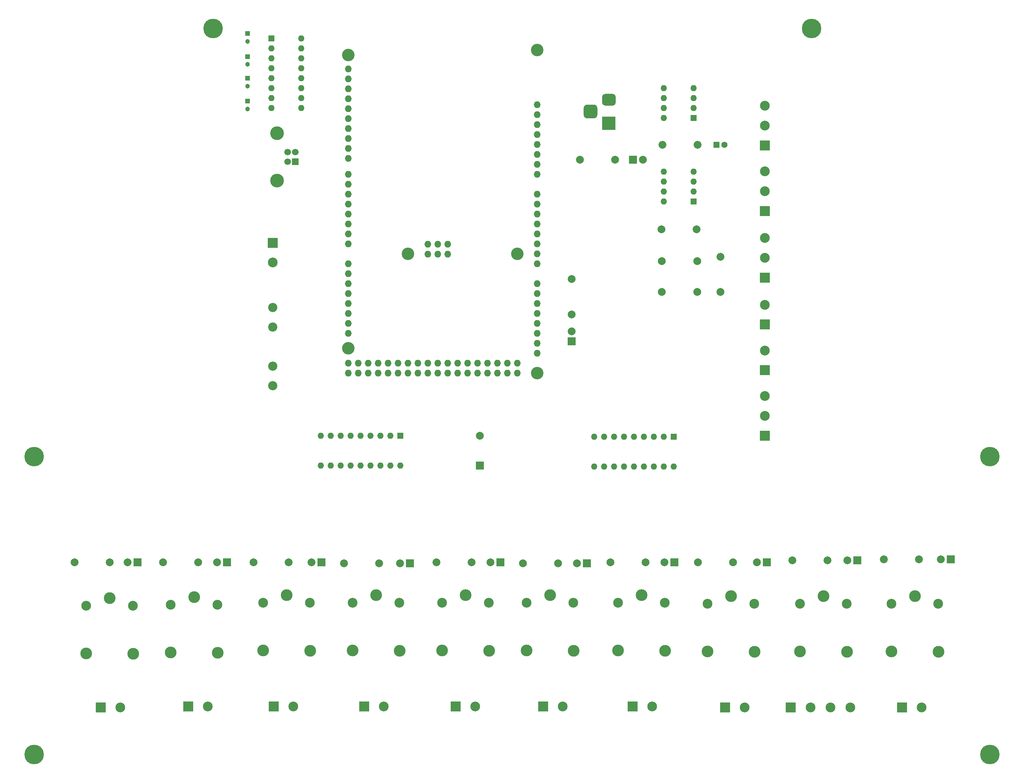
<source format=gbr>
%TF.GenerationSoftware,KiCad,Pcbnew,5.1.10-88a1d61d58~90~ubuntu20.04.1*%
%TF.CreationDate,2022-04-26T09:50:21-05:00*%
%TF.ProjectId,Autoclave_2.0,4175746f-636c-4617-9665-5f322e302e6b,rev?*%
%TF.SameCoordinates,Original*%
%TF.FileFunction,Soldermask,Top*%
%TF.FilePolarity,Negative*%
%FSLAX46Y46*%
G04 Gerber Fmt 4.6, Leading zero omitted, Abs format (unit mm)*
G04 Created by KiCad (PCBNEW 5.1.10-88a1d61d58~90~ubuntu20.04.1) date 2022-04-26 09:50:21*
%MOMM*%
%LPD*%
G01*
G04 APERTURE LIST*
%ADD10C,5.000000*%
%ADD11O,1.727200X1.727200*%
%ADD12C,3.200000*%
%ADD13R,3.500000X3.500000*%
%ADD14R,2.500000X2.500000*%
%ADD15C,2.500000*%
%ADD16C,3.000000*%
%ADD17C,2.000000*%
%ADD18R,2.000000X2.000000*%
%ADD19R,1.200000X1.200000*%
%ADD20C,1.200000*%
%ADD21C,1.600000*%
%ADD22R,1.600000X1.600000*%
%ADD23C,2.350000*%
%ADD24C,3.500000*%
%ADD25C,1.700000*%
%ADD26R,1.700000X1.700000*%
%ADD27O,1.600000X1.600000*%
G04 APERTURE END LIST*
D10*
%TO.C,REF\u002A\u002A*%
X272796000Y-89484200D03*
%TD*%
%TO.C,REF\u002A\u002A*%
X272796000Y-165658800D03*
%TD*%
D11*
%TO.C,XA1*%
X129159000Y-35255200D03*
X152019000Y-68148200D03*
X152019000Y-65608200D03*
X149479000Y-68148200D03*
X149479000Y-65608200D03*
X146939000Y-68148200D03*
X146939000Y-65608200D03*
X144399000Y-68148200D03*
X144399000Y-65608200D03*
X141859000Y-68148200D03*
X141859000Y-65608200D03*
X139319000Y-68148200D03*
X139319000Y-65608200D03*
X136779000Y-68148200D03*
X136779000Y-65608200D03*
X134239000Y-68148200D03*
X134239000Y-65608200D03*
X131699000Y-68148200D03*
X131699000Y-65608200D03*
X129159000Y-68148200D03*
X129159000Y-65608200D03*
X126619000Y-68148200D03*
X126619000Y-65608200D03*
X124079000Y-68148200D03*
X124079000Y-65608200D03*
X121539000Y-68148200D03*
X121539000Y-65608200D03*
X118999000Y-68148200D03*
X118999000Y-65608200D03*
X116459000Y-68148200D03*
X116459000Y-65608200D03*
X113919000Y-68148200D03*
X113919000Y-65608200D03*
X111379000Y-68148200D03*
X111379000Y-65608200D03*
X108839000Y-68148200D03*
X108839000Y-65608200D03*
X157099000Y-63068200D03*
X157099000Y-60528200D03*
X157099000Y-57988200D03*
X157099000Y-55448200D03*
X157099000Y-52908200D03*
X157099000Y-50368200D03*
X157099000Y-47828200D03*
X157099000Y-45288200D03*
X157099000Y-40208200D03*
X157099000Y-37668200D03*
X157099000Y-35128200D03*
X157099000Y-32588200D03*
X157099000Y-30048200D03*
X157099000Y-27508200D03*
X157099000Y-24968200D03*
X157099000Y431800D03*
X108839000Y-5664200D03*
X108839000Y-3124200D03*
X108839000Y-584200D03*
X108839000Y4495800D03*
X108839000Y7035800D03*
X108839000Y9575800D03*
D12*
X157099000Y14401800D03*
X157099000Y-68148200D03*
X108839000Y13131800D03*
X108839000Y-61798200D03*
X124079000Y-37668200D03*
X152019000Y-37668200D03*
D11*
X108839000Y-8204200D03*
X108839000Y-10744200D03*
X108839000Y-13284200D03*
X108839000Y1955800D03*
X108839000Y-17348200D03*
X108839000Y-19888200D03*
X108839000Y-22428200D03*
X108839000Y-24968200D03*
X108839000Y-27508200D03*
X108839000Y-30048200D03*
X108839000Y-32588200D03*
X108839000Y-35128200D03*
X108839000Y-40208200D03*
X108839000Y-42748200D03*
X108839000Y-45288200D03*
X108839000Y-47828200D03*
X108839000Y-50368200D03*
X108839000Y-52908200D03*
X108839000Y-55448200D03*
X108839000Y-57988200D03*
X157099000Y-2108200D03*
X157099000Y-4648200D03*
X157099000Y-7188200D03*
X157099000Y-9728200D03*
X157099000Y-12268200D03*
X157099000Y-14808200D03*
X157099000Y-17348200D03*
X157099000Y-22428200D03*
X129159000Y-37795200D03*
X131699000Y-35255200D03*
X131699000Y-37795200D03*
X134239000Y-37795200D03*
X134239000Y-35255200D03*
%TD*%
D10*
%TO.C,REF\u002A\u002A*%
X28600400Y-89484200D03*
%TD*%
%TO.C,REF\u002A\u002A*%
X28600400Y-165658800D03*
%TD*%
%TO.C,REF\u002A\u002A*%
X74320400Y19837400D03*
%TD*%
%TO.C,REF\u002A\u002A*%
X227228400Y19888200D03*
%TD*%
D13*
%TO.C,J4*%
X175437800Y-4343400D03*
G36*
G01*
X174437800Y3156600D02*
X176437800Y3156600D01*
G75*
G02*
X177187800Y2406600I0J-750000D01*
G01*
X177187800Y906600D01*
G75*
G02*
X176437800Y156600I-750000J0D01*
G01*
X174437800Y156600D01*
G75*
G02*
X173687800Y906600I0J750000D01*
G01*
X173687800Y2406600D01*
G75*
G02*
X174437800Y3156600I750000J0D01*
G01*
G37*
G36*
G01*
X169862800Y406600D02*
X171612800Y406600D01*
G75*
G02*
X172487800Y-468400I0J-875000D01*
G01*
X172487800Y-2218400D01*
G75*
G02*
X171612800Y-3093400I-875000J0D01*
G01*
X169862800Y-3093400D01*
G75*
G02*
X168987800Y-2218400I0J875000D01*
G01*
X168987800Y-468400D01*
G75*
G02*
X169862800Y406600I875000J0D01*
G01*
G37*
%TD*%
D14*
%TO.C,Blanca1*%
X215290400Y-67437000D03*
D15*
X215290400Y-62437000D03*
%TD*%
D14*
%TO.C,T_EX1*%
X215290400Y-10033000D03*
D15*
X215290400Y-4953000D03*
X215290400Y127000D03*
%TD*%
D14*
%TO.C,P_IN1*%
X215290400Y-26797000D03*
D15*
X215290400Y-21717000D03*
X215290400Y-16637000D03*
%TD*%
D14*
%TO.C,P_EX1*%
X215290400Y-43815000D03*
D15*
X215290400Y-38735000D03*
X215290400Y-33655000D03*
%TD*%
D14*
%TO.C,Nivel1*%
X215290400Y-84201000D03*
D15*
X215290400Y-79121000D03*
X215290400Y-74041000D03*
%TD*%
D14*
%TO.C,J12*%
X45618400Y-153619200D03*
D15*
X50618400Y-153619200D03*
%TD*%
D14*
%TO.C,J11*%
X67970400Y-153365200D03*
D15*
X72970400Y-153365200D03*
%TD*%
D14*
%TO.C,J10*%
X250342400Y-153619200D03*
D15*
X255342400Y-153619200D03*
%TD*%
D14*
%TO.C,J9*%
X89814400Y-153365200D03*
D15*
X94814400Y-153365200D03*
%TD*%
D14*
%TO.C,J8*%
X221894400Y-153619200D03*
D15*
X226974400Y-153619200D03*
X232054400Y-153619200D03*
X237134400Y-153619200D03*
%TD*%
D14*
%TO.C,J7*%
X112928400Y-153365200D03*
D15*
X117928400Y-153365200D03*
%TD*%
D14*
%TO.C,J6*%
X205130400Y-153619200D03*
D15*
X210130400Y-153619200D03*
%TD*%
D14*
%TO.C,J5*%
X136296400Y-153365200D03*
D15*
X141296400Y-153365200D03*
%TD*%
D14*
%TO.C,J3*%
X181508400Y-153365200D03*
D15*
X186508400Y-153365200D03*
%TD*%
D14*
%TO.C,J2*%
X158648400Y-153365200D03*
D15*
X163648400Y-153365200D03*
%TD*%
D14*
%TO.C,J1*%
X89535000Y-34874200D03*
D15*
X89535000Y-39874200D03*
%TD*%
D14*
%TO.C,Gris1*%
X215290400Y-55753000D03*
D15*
X215290400Y-50753000D03*
%TD*%
%TO.C,BMB1*%
X132786400Y-126867200D03*
D16*
X132786400Y-139067200D03*
X144836400Y-139117200D03*
D15*
X144786400Y-126867200D03*
D16*
X138836400Y-124917200D03*
%TD*%
D17*
%TO.C,Buzzer1*%
X142494000Y-84195600D03*
D18*
X142494000Y-91795600D03*
%TD*%
D19*
%TO.C,C1*%
X83134200Y7137400D03*
D20*
X83134200Y5137400D03*
%TD*%
%TO.C,C2*%
X83134200Y-704600D03*
D19*
X83134200Y1295400D03*
%TD*%
%TO.C,C3*%
X83134200Y12693400D03*
D20*
X83134200Y10693400D03*
%TD*%
%TO.C,C4*%
X83134200Y16567400D03*
D19*
X83134200Y18567400D03*
%TD*%
D21*
%TO.C,Cf1*%
X204946000Y-9880600D03*
D22*
X202946000Y-9880600D03*
%TD*%
D15*
%TO.C,CNT1*%
X200604400Y-127121200D03*
D16*
X200604400Y-139321200D03*
X212654400Y-139371200D03*
D15*
X212604400Y-127121200D03*
D16*
X206654400Y-125171200D03*
%TD*%
D18*
%TO.C,D1*%
X169824400Y-116789200D03*
D17*
X167284400Y-116789200D03*
%TD*%
%TO.C,D2*%
X189636400Y-116535200D03*
D18*
X192176400Y-116535200D03*
%TD*%
D17*
%TO.C,D3*%
X184150000Y-13690600D03*
D18*
X181610000Y-13690600D03*
%TD*%
%TO.C,D4*%
X147726400Y-116535200D03*
D17*
X145186400Y-116535200D03*
%TD*%
%TO.C,D5*%
X213258400Y-116535200D03*
D18*
X215798400Y-116535200D03*
%TD*%
%TO.C,D6*%
X124612400Y-116789200D03*
D17*
X122072400Y-116789200D03*
%TD*%
%TO.C,D7*%
X236372400Y-116027200D03*
D18*
X238912400Y-116027200D03*
%TD*%
%TO.C,D8*%
X102006400Y-116535200D03*
D17*
X99466400Y-116535200D03*
%TD*%
%TO.C,D9*%
X260248400Y-115773200D03*
D18*
X262788400Y-115773200D03*
%TD*%
%TO.C,D10*%
X77876400Y-116535200D03*
D17*
X75336400Y-116535200D03*
%TD*%
%TO.C,D11*%
X52476400Y-116535200D03*
D18*
X55016400Y-116535200D03*
%TD*%
%TO.C,D12*%
X165912800Y-60020200D03*
D17*
X165912800Y-57480200D03*
%TD*%
D16*
%TO.C,EM1*%
X230276400Y-125171200D03*
D15*
X236226400Y-127121200D03*
D16*
X236276400Y-139371200D03*
X224226400Y-139321200D03*
D15*
X224226400Y-127121200D03*
%TD*%
D16*
%TO.C,ENA1*%
X47904400Y-125679200D03*
D15*
X53854400Y-127629200D03*
D16*
X53904400Y-139879200D03*
X41854400Y-139829200D03*
D15*
X41854400Y-127629200D03*
%TD*%
D16*
%TO.C,ESL1*%
X253644400Y-125171200D03*
D15*
X259594400Y-127121200D03*
D16*
X259644400Y-139371200D03*
X247594400Y-139321200D03*
D15*
X247594400Y-127121200D03*
%TD*%
%TO.C,ESR1*%
X87066400Y-126867200D03*
D16*
X87066400Y-139067200D03*
X99116400Y-139117200D03*
D15*
X99066400Y-126867200D03*
D16*
X93116400Y-124917200D03*
%TD*%
%TO.C,EST1*%
X115976400Y-124917200D03*
D15*
X121926400Y-126867200D03*
D16*
X121976400Y-139117200D03*
X109926400Y-139067200D03*
D15*
X109926400Y-126867200D03*
%TD*%
D23*
%TO.C,F1*%
X89535000Y-51384200D03*
X89535000Y-56384200D03*
X89535000Y-71384200D03*
X89535000Y-66384200D03*
%TD*%
D24*
%TO.C,J13*%
X90616200Y-6928600D03*
X90616200Y-18968600D03*
D25*
X93326200Y-14198600D03*
X93326200Y-11698600D03*
X95326200Y-11698600D03*
D26*
X95326200Y-14198600D03*
%TD*%
D16*
%TO.C,MP1*%
X183794400Y-124917200D03*
D15*
X189744400Y-126867200D03*
D16*
X189794400Y-139117200D03*
X177744400Y-139067200D03*
D15*
X177744400Y-126867200D03*
%TD*%
D22*
%TO.C,Q1*%
X192024000Y-84429600D03*
D27*
X171704000Y-92049600D03*
X189484000Y-84429600D03*
X174244000Y-92049600D03*
X186944000Y-84429600D03*
X176784000Y-92049600D03*
X184404000Y-84429600D03*
X179324000Y-92049600D03*
X181864000Y-84429600D03*
X181864000Y-92049600D03*
X179324000Y-84429600D03*
X184404000Y-92049600D03*
X176784000Y-84429600D03*
X186944000Y-92049600D03*
X174244000Y-84429600D03*
X189484000Y-92049600D03*
X171704000Y-84429600D03*
X192024000Y-92049600D03*
%TD*%
%TO.C,Q2*%
X122174000Y-91795600D03*
X101854000Y-84175600D03*
X119634000Y-91795600D03*
X104394000Y-84175600D03*
X117094000Y-91795600D03*
X106934000Y-84175600D03*
X114554000Y-91795600D03*
X109474000Y-84175600D03*
X112014000Y-91795600D03*
X112014000Y-84175600D03*
X109474000Y-91795600D03*
X114554000Y-84175600D03*
X106934000Y-91795600D03*
X117094000Y-84175600D03*
X104394000Y-91795600D03*
X119634000Y-84175600D03*
X101854000Y-91795600D03*
D22*
X122174000Y-84175600D03*
%TD*%
D17*
%TO.C,R1*%
X153458400Y-116789200D03*
X162458400Y-116789200D03*
%TD*%
%TO.C,R1.1*%
X188976000Y-47472600D03*
X197976000Y-47472600D03*
%TD*%
%TO.C,R1.2*%
X188976000Y-39598600D03*
X197976000Y-39598600D03*
%TD*%
%TO.C,R2*%
X184810400Y-116535200D03*
X175810400Y-116535200D03*
%TD*%
%TO.C,R3*%
X177038000Y-13690600D03*
X168038000Y-13690600D03*
%TD*%
%TO.C,R4*%
X140360400Y-116535200D03*
X131360400Y-116535200D03*
%TD*%
%TO.C,R5*%
X198162400Y-116535200D03*
X207162400Y-116535200D03*
%TD*%
%TO.C,R6*%
X116738400Y-116789200D03*
X107738400Y-116789200D03*
%TD*%
%TO.C,R7*%
X222292400Y-116027200D03*
X231292400Y-116027200D03*
%TD*%
%TO.C,R8*%
X84624400Y-116535200D03*
X93624400Y-116535200D03*
%TD*%
%TO.C,R9*%
X254660400Y-115773200D03*
X245660400Y-115773200D03*
%TD*%
%TO.C,R10*%
X61510400Y-116535200D03*
X70510400Y-116535200D03*
%TD*%
%TO.C,R11*%
X38904400Y-116535200D03*
X47904400Y-116535200D03*
%TD*%
%TO.C,R12*%
X165912800Y-44162200D03*
X165912800Y-53162200D03*
%TD*%
%TO.C,Rb1*%
X203962000Y-38472600D03*
X203962000Y-47472600D03*
%TD*%
%TO.C,Rf1*%
X198120000Y-9880600D03*
X189120000Y-9880600D03*
%TD*%
%TO.C,Rg1*%
X188866000Y-31470600D03*
X197866000Y-31470600D03*
%TD*%
D15*
%TO.C,SEC1*%
X63444400Y-127375200D03*
D16*
X63444400Y-139575200D03*
X75494400Y-139625200D03*
D15*
X75444400Y-127375200D03*
D16*
X69494400Y-125425200D03*
%TD*%
D15*
%TO.C,SP1*%
X154376400Y-126867200D03*
D16*
X154376400Y-139067200D03*
X166426400Y-139117200D03*
D15*
X166376400Y-126867200D03*
D16*
X160426400Y-124917200D03*
%TD*%
D22*
%TO.C,U1*%
X197104000Y-24358600D03*
D27*
X189484000Y-16738600D03*
X197104000Y-21818600D03*
X189484000Y-19278600D03*
X197104000Y-19278600D03*
X189484000Y-21818600D03*
X197104000Y-16738600D03*
X189484000Y-24358600D03*
%TD*%
%TO.C,U2*%
X189484000Y-3022600D03*
X197104000Y4597400D03*
X189484000Y-482600D03*
X197104000Y2057400D03*
X189484000Y2057400D03*
X197104000Y-482600D03*
X189484000Y4597400D03*
D22*
X197104000Y-3022600D03*
%TD*%
D27*
%TO.C,U3*%
X96850200Y17297400D03*
X89230200Y-482600D03*
X96850200Y14757400D03*
X89230200Y2057400D03*
X96850200Y12217400D03*
X89230200Y4597400D03*
X96850200Y9677400D03*
X89230200Y7137400D03*
X96850200Y7137400D03*
X89230200Y9677400D03*
X96850200Y4597400D03*
X89230200Y12217400D03*
X96850200Y2057400D03*
X89230200Y14757400D03*
X96850200Y-482600D03*
D22*
X89230200Y17297400D03*
%TD*%
M02*

</source>
